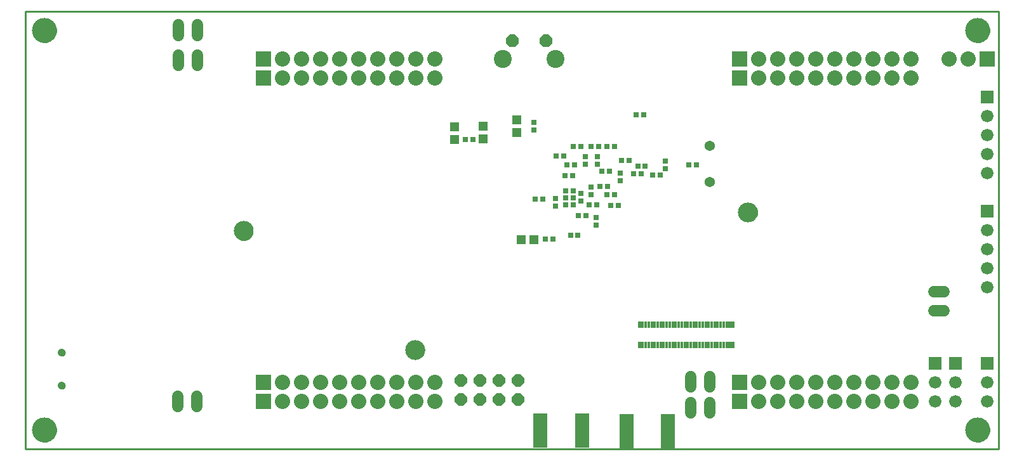
<source format=gbs>
G75*
G70*
%OFA0B0*%
%FSLAX24Y24*%
%IPPOS*%
%LPD*%
%AMOC8*
5,1,8,0,0,1.08239X$1,22.5*
%
%ADD10C,0.0100*%
%ADD11C,0.0000*%
%ADD12C,0.1310*%
%ADD13C,0.1040*%
%ADD14C,0.0600*%
%ADD15R,0.0660X0.0660*%
%ADD16C,0.0660*%
%ADD17R,0.0296X0.0296*%
%ADD18R,0.0454X0.0493*%
%ADD19R,0.0800X0.0800*%
%ADD20C,0.0800*%
%ADD21R,0.0493X0.0454*%
%ADD22C,0.0540*%
%ADD23OC8,0.0660*%
%ADD24C,0.0945*%
%ADD25OC8,0.0651*%
%ADD26C,0.0414*%
%ADD27R,0.0151X0.0320*%
%ADD28R,0.0198X0.0320*%
%ADD29R,0.0769X0.1832*%
D10*
X001680Y006030D02*
X001680Y029030D01*
X052780Y029030D01*
X052780Y006030D01*
X001680Y006030D01*
D11*
X002055Y007030D02*
X002057Y007080D01*
X002063Y007129D01*
X002073Y007178D01*
X002086Y007225D01*
X002104Y007272D01*
X002125Y007317D01*
X002149Y007360D01*
X002177Y007401D01*
X002208Y007440D01*
X002242Y007476D01*
X002279Y007510D01*
X002319Y007540D01*
X002360Y007567D01*
X002404Y007591D01*
X002449Y007611D01*
X002496Y007627D01*
X002544Y007640D01*
X002593Y007649D01*
X002643Y007654D01*
X002692Y007655D01*
X002742Y007652D01*
X002791Y007645D01*
X002840Y007634D01*
X002887Y007620D01*
X002933Y007601D01*
X002978Y007579D01*
X003021Y007554D01*
X003061Y007525D01*
X003099Y007493D01*
X003135Y007459D01*
X003168Y007421D01*
X003197Y007381D01*
X003223Y007339D01*
X003246Y007295D01*
X003265Y007249D01*
X003281Y007202D01*
X003293Y007153D01*
X003301Y007104D01*
X003305Y007055D01*
X003305Y007005D01*
X003301Y006956D01*
X003293Y006907D01*
X003281Y006858D01*
X003265Y006811D01*
X003246Y006765D01*
X003223Y006721D01*
X003197Y006679D01*
X003168Y006639D01*
X003135Y006601D01*
X003099Y006567D01*
X003061Y006535D01*
X003021Y006506D01*
X002978Y006481D01*
X002933Y006459D01*
X002887Y006440D01*
X002840Y006426D01*
X002791Y006415D01*
X002742Y006408D01*
X002692Y006405D01*
X002643Y006406D01*
X002593Y006411D01*
X002544Y006420D01*
X002496Y006433D01*
X002449Y006449D01*
X002404Y006469D01*
X002360Y006493D01*
X002319Y006520D01*
X002279Y006550D01*
X002242Y006584D01*
X002208Y006620D01*
X002177Y006659D01*
X002149Y006700D01*
X002125Y006743D01*
X002104Y006788D01*
X002086Y006835D01*
X002073Y006882D01*
X002063Y006931D01*
X002057Y006980D01*
X002055Y007030D01*
X003413Y009364D02*
X003415Y009390D01*
X003421Y009416D01*
X003431Y009441D01*
X003444Y009464D01*
X003460Y009484D01*
X003480Y009502D01*
X003502Y009517D01*
X003525Y009529D01*
X003551Y009537D01*
X003577Y009541D01*
X003603Y009541D01*
X003629Y009537D01*
X003655Y009529D01*
X003679Y009517D01*
X003700Y009502D01*
X003720Y009484D01*
X003736Y009464D01*
X003749Y009441D01*
X003759Y009416D01*
X003765Y009390D01*
X003767Y009364D01*
X003765Y009338D01*
X003759Y009312D01*
X003749Y009287D01*
X003736Y009264D01*
X003720Y009244D01*
X003700Y009226D01*
X003678Y009211D01*
X003655Y009199D01*
X003629Y009191D01*
X003603Y009187D01*
X003577Y009187D01*
X003551Y009191D01*
X003525Y009199D01*
X003501Y009211D01*
X003480Y009226D01*
X003460Y009244D01*
X003444Y009264D01*
X003431Y009287D01*
X003421Y009312D01*
X003415Y009338D01*
X003413Y009364D01*
X003413Y011096D02*
X003415Y011122D01*
X003421Y011148D01*
X003431Y011173D01*
X003444Y011196D01*
X003460Y011216D01*
X003480Y011234D01*
X003502Y011249D01*
X003525Y011261D01*
X003551Y011269D01*
X003577Y011273D01*
X003603Y011273D01*
X003629Y011269D01*
X003655Y011261D01*
X003679Y011249D01*
X003700Y011234D01*
X003720Y011216D01*
X003736Y011196D01*
X003749Y011173D01*
X003759Y011148D01*
X003765Y011122D01*
X003767Y011096D01*
X003765Y011070D01*
X003759Y011044D01*
X003749Y011019D01*
X003736Y010996D01*
X003720Y010976D01*
X003700Y010958D01*
X003678Y010943D01*
X003655Y010931D01*
X003629Y010923D01*
X003603Y010919D01*
X003577Y010919D01*
X003551Y010923D01*
X003525Y010931D01*
X003501Y010943D01*
X003480Y010958D01*
X003460Y010976D01*
X003444Y010996D01*
X003431Y011019D01*
X003421Y011044D01*
X003415Y011070D01*
X003413Y011096D01*
X012650Y017490D02*
X012652Y017534D01*
X012658Y017577D01*
X012668Y017620D01*
X012681Y017662D01*
X012699Y017703D01*
X012719Y017741D01*
X012744Y017778D01*
X012771Y017812D01*
X012801Y017844D01*
X012834Y017873D01*
X012870Y017899D01*
X012908Y017921D01*
X012947Y017941D01*
X012989Y017956D01*
X013031Y017968D01*
X013074Y017976D01*
X013118Y017980D01*
X013162Y017980D01*
X013206Y017976D01*
X013249Y017968D01*
X013291Y017956D01*
X013333Y017941D01*
X013372Y017921D01*
X013410Y017899D01*
X013446Y017873D01*
X013479Y017844D01*
X013509Y017812D01*
X013536Y017778D01*
X013561Y017741D01*
X013581Y017703D01*
X013599Y017662D01*
X013612Y017620D01*
X013622Y017577D01*
X013628Y017534D01*
X013630Y017490D01*
X013628Y017446D01*
X013622Y017403D01*
X013612Y017360D01*
X013599Y017318D01*
X013581Y017277D01*
X013561Y017239D01*
X013536Y017202D01*
X013509Y017168D01*
X013479Y017136D01*
X013446Y017107D01*
X013410Y017081D01*
X013372Y017059D01*
X013333Y017039D01*
X013291Y017024D01*
X013249Y017012D01*
X013206Y017004D01*
X013162Y017000D01*
X013118Y017000D01*
X013074Y017004D01*
X013031Y017012D01*
X012989Y017024D01*
X012947Y017039D01*
X012908Y017059D01*
X012870Y017081D01*
X012834Y017107D01*
X012801Y017136D01*
X012771Y017168D01*
X012744Y017202D01*
X012719Y017239D01*
X012699Y017277D01*
X012681Y017318D01*
X012668Y017360D01*
X012658Y017403D01*
X012652Y017446D01*
X012650Y017490D01*
X021660Y011240D02*
X021662Y011284D01*
X021668Y011327D01*
X021678Y011370D01*
X021691Y011412D01*
X021709Y011453D01*
X021729Y011491D01*
X021754Y011528D01*
X021781Y011562D01*
X021811Y011594D01*
X021844Y011623D01*
X021880Y011649D01*
X021918Y011671D01*
X021957Y011691D01*
X021999Y011706D01*
X022041Y011718D01*
X022084Y011726D01*
X022128Y011730D01*
X022172Y011730D01*
X022216Y011726D01*
X022259Y011718D01*
X022301Y011706D01*
X022343Y011691D01*
X022382Y011671D01*
X022420Y011649D01*
X022456Y011623D01*
X022489Y011594D01*
X022519Y011562D01*
X022546Y011528D01*
X022571Y011491D01*
X022591Y011453D01*
X022609Y011412D01*
X022622Y011370D01*
X022632Y011327D01*
X022638Y011284D01*
X022640Y011240D01*
X022638Y011196D01*
X022632Y011153D01*
X022622Y011110D01*
X022609Y011068D01*
X022591Y011027D01*
X022571Y010989D01*
X022546Y010952D01*
X022519Y010918D01*
X022489Y010886D01*
X022456Y010857D01*
X022420Y010831D01*
X022382Y010809D01*
X022343Y010789D01*
X022301Y010774D01*
X022259Y010762D01*
X022216Y010754D01*
X022172Y010750D01*
X022128Y010750D01*
X022084Y010754D01*
X022041Y010762D01*
X021999Y010774D01*
X021957Y010789D01*
X021918Y010809D01*
X021880Y010831D01*
X021844Y010857D01*
X021811Y010886D01*
X021781Y010918D01*
X021754Y010952D01*
X021729Y010989D01*
X021709Y011027D01*
X021691Y011068D01*
X021678Y011110D01*
X021668Y011153D01*
X021662Y011196D01*
X021660Y011240D01*
X039140Y018480D02*
X039142Y018524D01*
X039148Y018567D01*
X039158Y018610D01*
X039171Y018652D01*
X039189Y018693D01*
X039209Y018731D01*
X039234Y018768D01*
X039261Y018802D01*
X039291Y018834D01*
X039324Y018863D01*
X039360Y018889D01*
X039398Y018911D01*
X039437Y018931D01*
X039479Y018946D01*
X039521Y018958D01*
X039564Y018966D01*
X039608Y018970D01*
X039652Y018970D01*
X039696Y018966D01*
X039739Y018958D01*
X039781Y018946D01*
X039823Y018931D01*
X039862Y018911D01*
X039900Y018889D01*
X039936Y018863D01*
X039969Y018834D01*
X039999Y018802D01*
X040026Y018768D01*
X040051Y018731D01*
X040071Y018693D01*
X040089Y018652D01*
X040102Y018610D01*
X040112Y018567D01*
X040118Y018524D01*
X040120Y018480D01*
X040118Y018436D01*
X040112Y018393D01*
X040102Y018350D01*
X040089Y018308D01*
X040071Y018267D01*
X040051Y018229D01*
X040026Y018192D01*
X039999Y018158D01*
X039969Y018126D01*
X039936Y018097D01*
X039900Y018071D01*
X039862Y018049D01*
X039823Y018029D01*
X039781Y018014D01*
X039739Y018002D01*
X039696Y017994D01*
X039652Y017990D01*
X039608Y017990D01*
X039564Y017994D01*
X039521Y018002D01*
X039479Y018014D01*
X039437Y018029D01*
X039398Y018049D01*
X039360Y018071D01*
X039324Y018097D01*
X039291Y018126D01*
X039261Y018158D01*
X039234Y018192D01*
X039209Y018229D01*
X039189Y018267D01*
X039171Y018308D01*
X039158Y018350D01*
X039148Y018393D01*
X039142Y018436D01*
X039140Y018480D01*
X051055Y028030D02*
X051057Y028080D01*
X051063Y028129D01*
X051073Y028178D01*
X051086Y028225D01*
X051104Y028272D01*
X051125Y028317D01*
X051149Y028360D01*
X051177Y028401D01*
X051208Y028440D01*
X051242Y028476D01*
X051279Y028510D01*
X051319Y028540D01*
X051360Y028567D01*
X051404Y028591D01*
X051449Y028611D01*
X051496Y028627D01*
X051544Y028640D01*
X051593Y028649D01*
X051643Y028654D01*
X051692Y028655D01*
X051742Y028652D01*
X051791Y028645D01*
X051840Y028634D01*
X051887Y028620D01*
X051933Y028601D01*
X051978Y028579D01*
X052021Y028554D01*
X052061Y028525D01*
X052099Y028493D01*
X052135Y028459D01*
X052168Y028421D01*
X052197Y028381D01*
X052223Y028339D01*
X052246Y028295D01*
X052265Y028249D01*
X052281Y028202D01*
X052293Y028153D01*
X052301Y028104D01*
X052305Y028055D01*
X052305Y028005D01*
X052301Y027956D01*
X052293Y027907D01*
X052281Y027858D01*
X052265Y027811D01*
X052246Y027765D01*
X052223Y027721D01*
X052197Y027679D01*
X052168Y027639D01*
X052135Y027601D01*
X052099Y027567D01*
X052061Y027535D01*
X052021Y027506D01*
X051978Y027481D01*
X051933Y027459D01*
X051887Y027440D01*
X051840Y027426D01*
X051791Y027415D01*
X051742Y027408D01*
X051692Y027405D01*
X051643Y027406D01*
X051593Y027411D01*
X051544Y027420D01*
X051496Y027433D01*
X051449Y027449D01*
X051404Y027469D01*
X051360Y027493D01*
X051319Y027520D01*
X051279Y027550D01*
X051242Y027584D01*
X051208Y027620D01*
X051177Y027659D01*
X051149Y027700D01*
X051125Y027743D01*
X051104Y027788D01*
X051086Y027835D01*
X051073Y027882D01*
X051063Y027931D01*
X051057Y027980D01*
X051055Y028030D01*
X051055Y007030D02*
X051057Y007080D01*
X051063Y007129D01*
X051073Y007178D01*
X051086Y007225D01*
X051104Y007272D01*
X051125Y007317D01*
X051149Y007360D01*
X051177Y007401D01*
X051208Y007440D01*
X051242Y007476D01*
X051279Y007510D01*
X051319Y007540D01*
X051360Y007567D01*
X051404Y007591D01*
X051449Y007611D01*
X051496Y007627D01*
X051544Y007640D01*
X051593Y007649D01*
X051643Y007654D01*
X051692Y007655D01*
X051742Y007652D01*
X051791Y007645D01*
X051840Y007634D01*
X051887Y007620D01*
X051933Y007601D01*
X051978Y007579D01*
X052021Y007554D01*
X052061Y007525D01*
X052099Y007493D01*
X052135Y007459D01*
X052168Y007421D01*
X052197Y007381D01*
X052223Y007339D01*
X052246Y007295D01*
X052265Y007249D01*
X052281Y007202D01*
X052293Y007153D01*
X052301Y007104D01*
X052305Y007055D01*
X052305Y007005D01*
X052301Y006956D01*
X052293Y006907D01*
X052281Y006858D01*
X052265Y006811D01*
X052246Y006765D01*
X052223Y006721D01*
X052197Y006679D01*
X052168Y006639D01*
X052135Y006601D01*
X052099Y006567D01*
X052061Y006535D01*
X052021Y006506D01*
X051978Y006481D01*
X051933Y006459D01*
X051887Y006440D01*
X051840Y006426D01*
X051791Y006415D01*
X051742Y006408D01*
X051692Y006405D01*
X051643Y006406D01*
X051593Y006411D01*
X051544Y006420D01*
X051496Y006433D01*
X051449Y006449D01*
X051404Y006469D01*
X051360Y006493D01*
X051319Y006520D01*
X051279Y006550D01*
X051242Y006584D01*
X051208Y006620D01*
X051177Y006659D01*
X051149Y006700D01*
X051125Y006743D01*
X051104Y006788D01*
X051086Y006835D01*
X051073Y006882D01*
X051063Y006931D01*
X051057Y006980D01*
X051055Y007030D01*
X002055Y028030D02*
X002057Y028080D01*
X002063Y028129D01*
X002073Y028178D01*
X002086Y028225D01*
X002104Y028272D01*
X002125Y028317D01*
X002149Y028360D01*
X002177Y028401D01*
X002208Y028440D01*
X002242Y028476D01*
X002279Y028510D01*
X002319Y028540D01*
X002360Y028567D01*
X002404Y028591D01*
X002449Y028611D01*
X002496Y028627D01*
X002544Y028640D01*
X002593Y028649D01*
X002643Y028654D01*
X002692Y028655D01*
X002742Y028652D01*
X002791Y028645D01*
X002840Y028634D01*
X002887Y028620D01*
X002933Y028601D01*
X002978Y028579D01*
X003021Y028554D01*
X003061Y028525D01*
X003099Y028493D01*
X003135Y028459D01*
X003168Y028421D01*
X003197Y028381D01*
X003223Y028339D01*
X003246Y028295D01*
X003265Y028249D01*
X003281Y028202D01*
X003293Y028153D01*
X003301Y028104D01*
X003305Y028055D01*
X003305Y028005D01*
X003301Y027956D01*
X003293Y027907D01*
X003281Y027858D01*
X003265Y027811D01*
X003246Y027765D01*
X003223Y027721D01*
X003197Y027679D01*
X003168Y027639D01*
X003135Y027601D01*
X003099Y027567D01*
X003061Y027535D01*
X003021Y027506D01*
X002978Y027481D01*
X002933Y027459D01*
X002887Y027440D01*
X002840Y027426D01*
X002791Y027415D01*
X002742Y027408D01*
X002692Y027405D01*
X002643Y027406D01*
X002593Y027411D01*
X002544Y027420D01*
X002496Y027433D01*
X002449Y027449D01*
X002404Y027469D01*
X002360Y027493D01*
X002319Y027520D01*
X002279Y027550D01*
X002242Y027584D01*
X002208Y027620D01*
X002177Y027659D01*
X002149Y027700D01*
X002125Y027743D01*
X002104Y027788D01*
X002086Y027835D01*
X002073Y027882D01*
X002063Y027931D01*
X002057Y027980D01*
X002055Y028030D01*
D12*
X002680Y028030D03*
X002680Y007030D03*
X051680Y007030D03*
X051680Y028030D03*
D13*
X039630Y018480D03*
X022150Y011240D03*
X013140Y017490D03*
D14*
X010680Y008800D02*
X010680Y008260D01*
X009680Y008260D02*
X009680Y008800D01*
X009719Y026195D02*
X009719Y026735D01*
X009700Y027780D02*
X009700Y028320D01*
X010700Y028320D02*
X010700Y027780D01*
X010719Y026735D02*
X010719Y026195D01*
X036629Y009846D02*
X036629Y009306D01*
X037629Y009306D02*
X037629Y009846D01*
X037629Y008477D02*
X037629Y007937D01*
X036629Y007937D02*
X036629Y008477D01*
X049393Y013290D02*
X049933Y013290D01*
X049933Y014290D02*
X049393Y014290D01*
D15*
X049441Y010535D03*
X050512Y010531D03*
X052180Y010530D03*
X052180Y018530D03*
X052180Y024530D03*
D16*
X052180Y023530D03*
X052180Y022530D03*
X052180Y021530D03*
X052180Y020530D03*
X052180Y017530D03*
X052180Y016530D03*
X052180Y015530D03*
X052180Y014530D03*
X052180Y009530D03*
X052180Y008530D03*
X050512Y008531D03*
X049441Y008535D03*
X049441Y009535D03*
X050512Y009531D03*
D17*
X036907Y020970D03*
X036513Y020970D03*
X035291Y020777D03*
X035291Y021171D03*
X035010Y020419D03*
X034616Y020419D03*
X034013Y020487D03*
X033620Y020487D03*
X033840Y020918D03*
X034233Y020918D03*
X033383Y021196D03*
X032989Y021196D03*
X032903Y020541D03*
X032903Y020148D03*
X032245Y019839D03*
X031851Y019839D03*
X031381Y019792D03*
X031381Y019398D03*
X030866Y019469D03*
X030866Y019075D03*
X030447Y019225D03*
X030436Y018858D03*
X030042Y018858D03*
X030054Y019225D03*
X030050Y019608D03*
X030444Y019608D03*
X030416Y020394D03*
X030022Y020394D03*
X030127Y020982D03*
X030520Y020982D03*
X031074Y020996D03*
X031074Y021389D03*
X030836Y021950D03*
X030442Y021950D03*
X029955Y021427D03*
X029561Y021427D03*
X028387Y022793D03*
X028387Y023187D03*
X031388Y021943D03*
X031782Y021943D03*
X032227Y021946D03*
X032621Y021946D03*
X031713Y021391D03*
X031713Y020998D03*
X031949Y020636D03*
X032343Y020636D03*
X032218Y019394D03*
X032611Y019394D03*
X032420Y018834D03*
X032814Y018834D03*
X031667Y018858D03*
X031273Y018858D03*
X031105Y018305D03*
X030712Y018305D03*
X031637Y018191D03*
X031637Y017798D03*
X030695Y017266D03*
X030301Y017266D03*
X029371Y017056D03*
X028978Y017056D03*
X029533Y018809D03*
X029533Y019202D03*
X028860Y019155D03*
X028466Y019155D03*
X025178Y022307D03*
X024784Y022307D03*
X033742Y023592D03*
X034136Y023592D03*
D18*
X027472Y023332D03*
X027472Y022662D03*
X025732Y022342D03*
X025732Y023012D03*
X024220Y022985D03*
X024220Y022315D03*
D19*
X014180Y025530D03*
X014180Y026530D03*
X014180Y009530D03*
X014180Y008530D03*
X039180Y008530D03*
X039180Y009530D03*
X039180Y025530D03*
X039180Y026530D03*
X052180Y026530D03*
D20*
X051180Y026530D03*
X050180Y026530D03*
X048180Y026530D03*
X048180Y025530D03*
X047180Y025530D03*
X047180Y026530D03*
X046180Y026530D03*
X046180Y025530D03*
X045180Y025530D03*
X045180Y026530D03*
X044180Y026530D03*
X044180Y025530D03*
X043180Y025530D03*
X043180Y026530D03*
X042180Y026530D03*
X042180Y025530D03*
X041180Y025530D03*
X041180Y026530D03*
X040180Y026530D03*
X040180Y025530D03*
X040180Y009530D03*
X040180Y008530D03*
X041180Y008530D03*
X041180Y009530D03*
X042180Y009530D03*
X043180Y009530D03*
X043180Y008530D03*
X042180Y008530D03*
X044180Y008530D03*
X044180Y009530D03*
X045180Y009530D03*
X046180Y009530D03*
X046180Y008530D03*
X045180Y008530D03*
X047180Y008530D03*
X047180Y009530D03*
X048180Y009530D03*
X048180Y008530D03*
X023180Y008530D03*
X023180Y009530D03*
X022180Y009530D03*
X022180Y008530D03*
X021180Y008530D03*
X020180Y008530D03*
X020180Y009530D03*
X021180Y009530D03*
X019180Y009530D03*
X019180Y008530D03*
X018180Y008530D03*
X017180Y008530D03*
X017180Y009530D03*
X018180Y009530D03*
X016180Y009530D03*
X016180Y008530D03*
X015180Y008530D03*
X015180Y009530D03*
X015180Y025530D03*
X015180Y026530D03*
X016180Y026530D03*
X016180Y025530D03*
X017180Y025530D03*
X017180Y026530D03*
X018180Y026530D03*
X018180Y025530D03*
X019180Y025530D03*
X019180Y026530D03*
X020180Y026530D03*
X020180Y025530D03*
X021180Y025530D03*
X021180Y026530D03*
X022180Y026530D03*
X022180Y025530D03*
X023180Y025530D03*
X023180Y026530D03*
D21*
X027714Y017051D03*
X028383Y017051D03*
D22*
X037625Y020080D03*
X037625Y021980D03*
D23*
X029017Y027503D03*
X027237Y027503D03*
D24*
X026747Y026523D03*
X029507Y026523D03*
D25*
X027552Y009622D03*
X027552Y008622D03*
X026552Y008622D03*
X026552Y009622D03*
X025552Y009622D03*
X024552Y009622D03*
X024552Y008622D03*
X025552Y008622D03*
D26*
X003590Y009364D03*
X003590Y011096D03*
D27*
X034095Y011492D03*
X034253Y011492D03*
X034410Y011492D03*
X034568Y011492D03*
X034725Y011492D03*
X034883Y011492D03*
X035040Y011492D03*
X035198Y011492D03*
X035355Y011492D03*
X035513Y011492D03*
X035670Y011492D03*
X035828Y011492D03*
X035985Y011492D03*
X036143Y011492D03*
X036300Y011492D03*
X036457Y011492D03*
X036615Y011492D03*
X036772Y011492D03*
X036930Y011492D03*
X037087Y011492D03*
X037245Y011492D03*
X037402Y011492D03*
X037560Y011492D03*
X037717Y011492D03*
X037875Y011492D03*
X038032Y011492D03*
X038190Y011492D03*
X038347Y011492D03*
X038505Y011492D03*
X038662Y011492D03*
X038662Y012558D03*
X038505Y012558D03*
X038347Y012558D03*
X038190Y012558D03*
X038032Y012558D03*
X037875Y012558D03*
X037717Y012558D03*
X037560Y012558D03*
X037402Y012558D03*
X037245Y012558D03*
X037087Y012558D03*
X036930Y012558D03*
X036772Y012558D03*
X036615Y012558D03*
X036457Y012558D03*
X036300Y012558D03*
X036143Y012558D03*
X035985Y012558D03*
X035828Y012558D03*
X035670Y012558D03*
X035513Y012558D03*
X035355Y012558D03*
X035198Y012558D03*
X035040Y012558D03*
X034883Y012558D03*
X034725Y012558D03*
X034568Y012558D03*
X034410Y012558D03*
X034253Y012558D03*
X034095Y012558D03*
D28*
X033938Y012558D03*
X033938Y011492D03*
X038820Y011492D03*
X038820Y012558D03*
D29*
X035426Y006980D03*
X033244Y006980D03*
X030906Y007000D03*
X028724Y007000D03*
M02*

</source>
